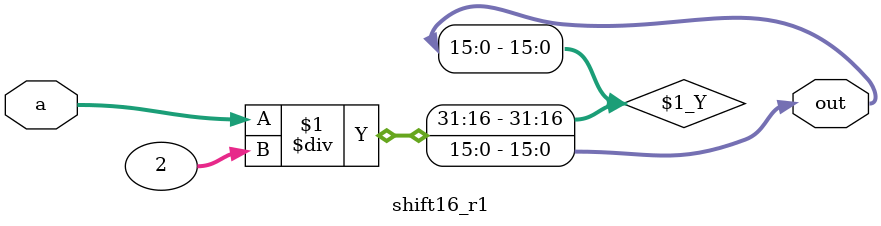
<source format=v>
module shift16_r1(
    input [15:0] a, // 输入a，2
    output [15:0] out // 输出sum
);

assign out = a / 2; // 逻辑右移

endmodule// 64位加法
</source>
